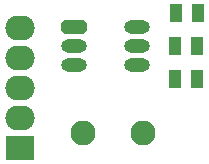
<source format=gts>
G04*
G04 #@! TF.GenerationSoftware,Altium Limited,Altium Designer,21.0.9 (235)*
G04*
G04 Layer_Color=8388736*
%FSTAX24Y24*%
%MOIN*%
G70*
G04*
G04 #@! TF.SameCoordinates,4053B660-B042-41B2-9039-F209D6E1977B*
G04*
G04*
G04 #@! TF.FilePolarity,Negative*
G04*
G01*
G75*
G04:AMPARAMS|DCode=17|XSize=86.7mil|YSize=43.4mil|CornerRadius=0mil|HoleSize=0mil|Usage=FLASHONLY|Rotation=0.000|XOffset=0mil|YOffset=0mil|HoleType=Round|Shape=Octagon|*
%AMOCTAGOND17*
4,1,8,0.0434,-0.0109,0.0434,0.0109,0.0325,0.0217,-0.0325,0.0217,-0.0434,0.0109,-0.0434,-0.0109,-0.0325,-0.0217,0.0325,-0.0217,0.0434,-0.0109,0.0*
%
%ADD17OCTAGOND17*%

%ADD18O,0.0867X0.0434*%
%ADD19R,0.0434X0.0592*%
%ADD20O,0.0980X0.0830*%
%ADD21R,0.0980X0.0830*%
%ADD22C,0.0830*%
D17*
X03785Y03528D02*
D03*
D18*
Y03465D02*
D03*
Y03402D02*
D03*
X039976Y03528D02*
D03*
Y03465D02*
D03*
Y03402D02*
D03*
D19*
X041998Y03575D02*
D03*
X04125D02*
D03*
X041974Y03465D02*
D03*
X041226D02*
D03*
X041974Y03355D02*
D03*
X041226D02*
D03*
D20*
X03605Y03525D02*
D03*
Y03225D02*
D03*
Y03325D02*
D03*
Y03425D02*
D03*
D21*
Y03125D02*
D03*
D22*
X04015Y03175D02*
D03*
X03815D02*
D03*
M02*

</source>
